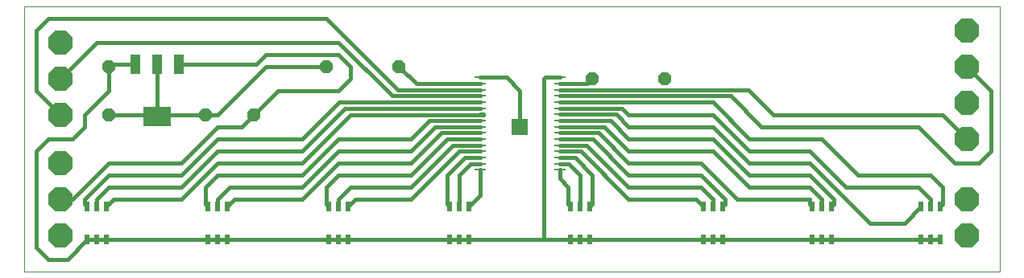
<source format=gtl>
G75*
G70*
%OFA0B0*%
%FSLAX24Y24*%
%IPPOS*%
%LPD*%
%AMOC8*
5,1,8,0,0,1.08239X$1,22.5*
%
%ADD10C,0.0000*%
%ADD11R,0.0197X0.0394*%
%ADD12R,0.0394X0.0787*%
%ADD13R,0.1181X0.0787*%
%ADD14OC8,0.0560*%
%ADD15OC8,0.1000*%
%ADD16R,0.0453X0.0098*%
%ADD17R,0.0712X0.0712*%
%ADD18C,0.0160*%
D10*
X000100Y000108D02*
X000100Y011104D01*
X040470Y011104D01*
X040470Y000108D01*
X000100Y000108D01*
D11*
X002706Y001419D03*
X003100Y001419D03*
X003494Y001419D03*
X007706Y001419D03*
X008100Y001419D03*
X008494Y001419D03*
X012706Y001419D03*
X013100Y001419D03*
X013494Y001419D03*
X017706Y001419D03*
X018100Y001419D03*
X018494Y001419D03*
X022706Y001419D03*
X023100Y001419D03*
X023494Y001419D03*
X023494Y002797D03*
X023100Y002797D03*
X022706Y002797D03*
X018494Y002797D03*
X018100Y002797D03*
X017706Y002797D03*
X013494Y002797D03*
X013100Y002797D03*
X012706Y002797D03*
X008494Y002797D03*
X008100Y002797D03*
X007706Y002797D03*
X003494Y002797D03*
X003100Y002797D03*
X002706Y002797D03*
X028206Y002797D03*
X028600Y002797D03*
X028994Y002797D03*
X032706Y002797D03*
X033100Y002797D03*
X033494Y002797D03*
X037206Y002797D03*
X037600Y002797D03*
X037994Y002797D03*
X037994Y001419D03*
X037600Y001419D03*
X037206Y001419D03*
X033494Y001419D03*
X033100Y001419D03*
X032706Y001419D03*
X028994Y001419D03*
X028600Y001419D03*
X028206Y001419D03*
D12*
X006506Y008691D03*
X005600Y008691D03*
X004694Y008691D03*
D13*
X005600Y006526D03*
D14*
X003600Y006608D03*
X007600Y006608D03*
X009600Y006608D03*
X012600Y008608D03*
X015600Y008608D03*
X023600Y008108D03*
X026600Y008108D03*
X003600Y008608D03*
D15*
X001600Y008108D03*
X001600Y009608D03*
X001600Y006608D03*
X001600Y004608D03*
X001600Y003108D03*
X001600Y001608D03*
X039100Y001608D03*
X039100Y003108D03*
X039100Y005608D03*
X039100Y007108D03*
X039100Y008608D03*
X039100Y010108D03*
D16*
X022254Y008155D03*
X022254Y007900D03*
X022254Y007644D03*
X022254Y007388D03*
X022254Y007132D03*
X022254Y006876D03*
X022254Y006620D03*
X022254Y006364D03*
X022254Y006108D03*
X022254Y005852D03*
X022254Y005596D03*
X022254Y005341D03*
X022254Y005085D03*
X022254Y004829D03*
X022254Y004573D03*
X022254Y004317D03*
X018946Y004317D03*
X018946Y004573D03*
X018946Y004829D03*
X018946Y005085D03*
X018946Y005341D03*
X018946Y005596D03*
X018946Y005852D03*
X018946Y006108D03*
X018946Y006364D03*
X018946Y006620D03*
X018946Y006876D03*
X018946Y007132D03*
X018946Y007388D03*
X018946Y007644D03*
X018946Y007900D03*
X018946Y008155D03*
D17*
X020600Y006108D03*
D18*
X020600Y007608D01*
X020053Y008155D01*
X018946Y008155D01*
X018946Y007900D02*
X016309Y007900D01*
X015600Y008608D01*
X013600Y008608D02*
X013600Y008108D01*
X013100Y007608D01*
X010600Y007608D01*
X009600Y006608D01*
X009100Y006108D01*
X008100Y006108D01*
X006600Y004608D01*
X003600Y004608D01*
X002100Y003108D01*
X001600Y003108D01*
X002600Y003108D02*
X002600Y002904D01*
X002706Y002797D01*
X003100Y002797D02*
X003100Y003108D01*
X003600Y003608D01*
X006600Y003608D01*
X008100Y005108D01*
X011600Y005108D01*
X013368Y006876D01*
X018946Y006876D01*
X018946Y007132D02*
X013124Y007132D01*
X011600Y005608D01*
X008100Y005608D01*
X006600Y004108D01*
X003600Y004108D01*
X002600Y003108D01*
X003494Y002797D02*
X003805Y003108D01*
X006600Y003108D01*
X008100Y004608D01*
X011600Y004608D01*
X013600Y006608D01*
X019100Y006608D01*
X019088Y006620D01*
X018946Y006620D01*
X018946Y006364D02*
X016856Y006364D01*
X016100Y005608D01*
X013100Y005608D01*
X011600Y004108D01*
X008100Y004108D01*
X007600Y003608D01*
X007600Y002904D01*
X007706Y002797D01*
X008100Y002797D02*
X008100Y003108D01*
X008600Y003608D01*
X011600Y003608D01*
X013100Y005108D01*
X016100Y005108D01*
X017100Y006108D01*
X018946Y006108D01*
X018946Y005852D02*
X017344Y005852D01*
X016100Y004608D01*
X013100Y004608D01*
X011600Y003108D01*
X008805Y003108D01*
X008494Y002797D01*
X012600Y002904D02*
X012706Y002797D01*
X012600Y002904D02*
X012600Y003608D01*
X013100Y004108D01*
X016100Y004108D01*
X017588Y005596D01*
X018946Y005596D01*
X018946Y005341D02*
X017832Y005341D01*
X016100Y003608D01*
X013600Y003608D01*
X013100Y003108D01*
X013100Y002797D01*
X013494Y002797D02*
X013805Y003108D01*
X016100Y003108D01*
X018076Y005085D01*
X018946Y005085D01*
X018946Y004829D02*
X018320Y004829D01*
X017600Y004108D01*
X017600Y002904D01*
X017706Y002797D01*
X018100Y002797D02*
X018100Y004108D01*
X018565Y004573D01*
X018946Y004573D01*
X018946Y004317D02*
X018946Y003250D01*
X018494Y002797D01*
X022254Y003955D02*
X022600Y003608D01*
X022600Y002904D01*
X022706Y002797D01*
X023100Y002797D02*
X023100Y004108D01*
X022635Y004573D01*
X022254Y004573D01*
X022254Y004317D02*
X022254Y003955D01*
X022880Y004829D02*
X023600Y004108D01*
X023600Y002904D01*
X023494Y002797D01*
X025100Y003108D02*
X027895Y003108D01*
X028206Y002797D01*
X028600Y002797D02*
X028600Y003108D01*
X028100Y003608D01*
X025100Y003608D01*
X023368Y005341D01*
X022254Y005341D01*
X022254Y005596D02*
X023612Y005596D01*
X025100Y004108D01*
X028100Y004108D01*
X029100Y003108D01*
X029100Y002904D01*
X028994Y002797D01*
X029600Y003108D02*
X032600Y003108D01*
X032600Y002904D01*
X032706Y002797D01*
X033100Y002797D02*
X033100Y003108D01*
X032600Y003608D01*
X030100Y003608D01*
X028600Y005108D01*
X025100Y005108D01*
X024100Y006108D01*
X022254Y006108D01*
X022254Y005852D02*
X023856Y005852D01*
X025100Y004608D01*
X028100Y004608D01*
X029600Y003108D01*
X030100Y004108D02*
X032600Y004108D01*
X033600Y003108D01*
X033600Y002904D01*
X033494Y002797D01*
X035100Y002108D02*
X036517Y002108D01*
X037206Y002797D01*
X037600Y002797D02*
X037600Y003108D01*
X037100Y003608D01*
X034100Y003608D01*
X032600Y005108D01*
X030100Y005108D01*
X028600Y006608D01*
X025100Y006608D01*
X024832Y006876D01*
X022254Y006876D01*
X022254Y007132D02*
X028576Y007132D01*
X030100Y005608D01*
X033100Y005608D01*
X034600Y004108D01*
X037600Y004108D01*
X038100Y003608D01*
X038100Y002904D01*
X037994Y002797D01*
X035100Y002108D02*
X032600Y004608D01*
X030100Y004608D01*
X028600Y006108D01*
X025100Y006108D01*
X024588Y006620D01*
X022254Y006620D01*
X022254Y006364D02*
X024344Y006364D01*
X025100Y005608D01*
X028600Y005608D01*
X030100Y004108D01*
X025100Y003108D02*
X023124Y005085D01*
X022254Y005085D01*
X022254Y004829D02*
X022880Y004829D01*
X029320Y007388D02*
X030600Y006108D01*
X037100Y006108D01*
X038600Y004608D01*
X039600Y004608D01*
X040100Y005108D01*
X040100Y007608D01*
X039100Y008608D01*
X038100Y006608D02*
X039100Y005608D01*
X038100Y006608D02*
X031100Y006608D01*
X030065Y007644D01*
X022254Y007644D01*
X022254Y007900D02*
X023391Y007900D01*
X023600Y008108D01*
X022254Y008155D02*
X021647Y008155D01*
X021600Y008108D01*
X021600Y001419D01*
X018494Y001419D01*
X018100Y001419D01*
X017706Y001419D01*
X013494Y001419D01*
X013100Y001419D01*
X012706Y001419D01*
X008494Y001419D01*
X008100Y001419D01*
X007706Y001419D01*
X003494Y001419D01*
X003100Y001419D01*
X002706Y001419D01*
X001895Y000608D01*
X001100Y000608D01*
X000600Y001108D01*
X000600Y005108D01*
X001100Y005608D01*
X002100Y005608D01*
X002600Y006108D01*
X002600Y006608D01*
X003600Y007608D01*
X003600Y008608D01*
X003683Y008691D01*
X004694Y008691D01*
X005600Y008691D02*
X005600Y006526D01*
X005517Y006608D01*
X003600Y006608D01*
X001600Y006608D02*
X000600Y007608D01*
X000600Y010108D01*
X001100Y010608D01*
X012600Y010608D01*
X015565Y007644D01*
X018946Y007644D01*
X018946Y007388D02*
X015320Y007388D01*
X013100Y009608D01*
X003100Y009608D01*
X001600Y008108D01*
X006506Y008691D02*
X009683Y008691D01*
X010100Y009108D01*
X013100Y009108D01*
X013600Y008608D01*
X012600Y008608D02*
X010100Y008608D01*
X008100Y006608D01*
X007600Y006608D01*
X005683Y006608D01*
X005600Y006526D01*
X022254Y007388D02*
X029320Y007388D01*
X028994Y001419D02*
X028600Y001419D01*
X028206Y001419D01*
X023494Y001419D01*
X023100Y001419D01*
X022706Y001419D01*
X021600Y001419D01*
X028994Y001419D02*
X032706Y001419D01*
X033100Y001419D01*
X033494Y001419D01*
X037206Y001419D01*
X037600Y001419D01*
X037994Y001419D01*
M02*

</source>
